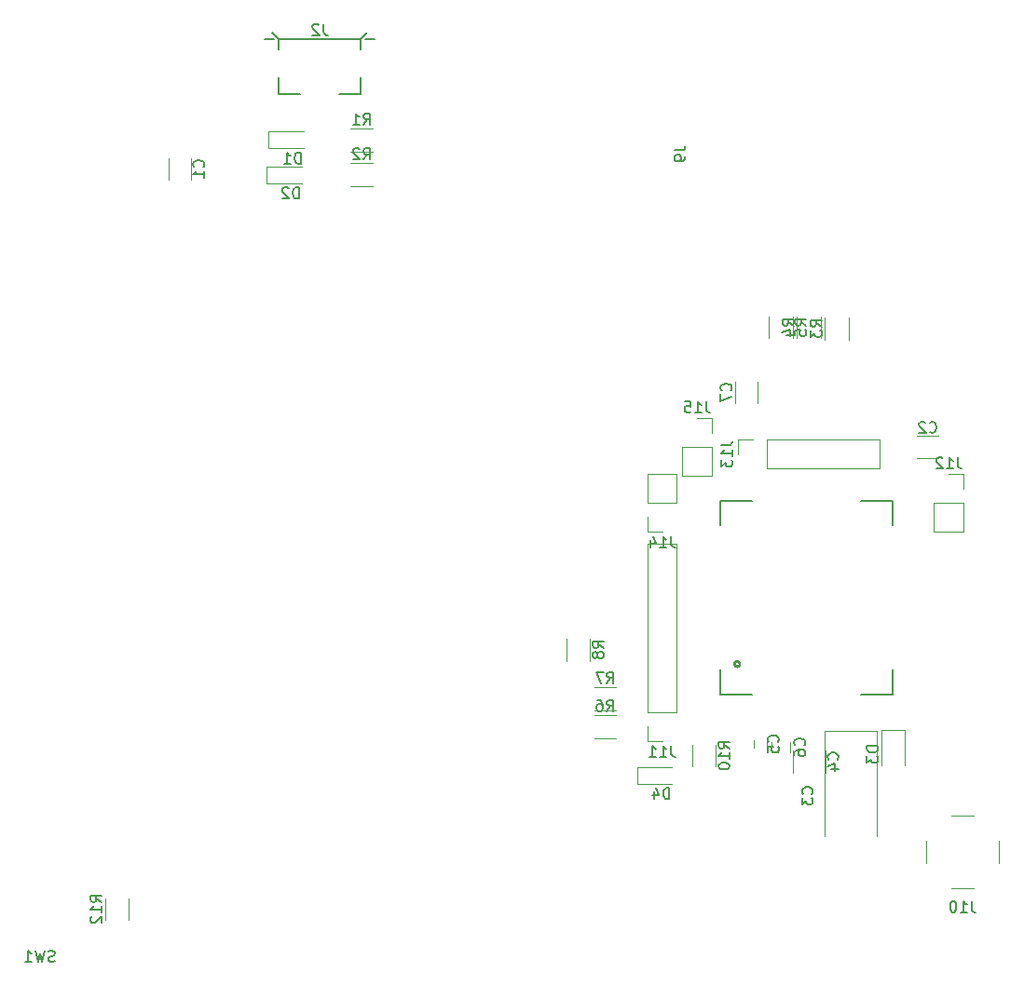
<source format=gbr>
G04 #@! TF.GenerationSoftware,KiCad,Pcbnew,(5.0.2)-1*
G04 #@! TF.CreationDate,2019-04-16T07:35:45+02:00*
G04 #@! TF.ProjectId,devboard_io,64657662-6f61-4726-945f-696f2e6b6963,rev?*
G04 #@! TF.SameCoordinates,Original*
G04 #@! TF.FileFunction,Legend,Bot*
G04 #@! TF.FilePolarity,Positive*
%FSLAX46Y46*%
G04 Gerber Fmt 4.6, Leading zero omitted, Abs format (unit mm)*
G04 Created by KiCad (PCBNEW (5.0.2)-1) date 16/04/2019 07:35:45*
%MOMM*%
%LPD*%
G01*
G04 APERTURE LIST*
%ADD10C,0.120000*%
%ADD11C,0.150000*%
%ADD12C,0.250000*%
G04 APERTURE END LIST*
D10*
G04 #@! TO.C,C1*
X388870000Y-43640000D02*
X388870000Y-41640000D01*
X390910000Y-41640000D02*
X390910000Y-43640000D01*
G04 #@! TO.C,C2*
X456835000Y-66925000D02*
X458835000Y-66925000D01*
X458835000Y-68965000D02*
X456835000Y-68965000D01*
G04 #@! TO.C,C3*
X448450000Y-93710000D02*
X453250000Y-93710000D01*
X453250000Y-93710000D02*
X453250000Y-103310000D01*
X448450000Y-93710000D02*
X448450000Y-103310000D01*
G04 #@! TO.C,C4*
X445560000Y-97520000D02*
X445560000Y-95520000D01*
X448520000Y-95520000D02*
X448520000Y-97520000D01*
G04 #@! TO.C,C5*
X441995000Y-94585000D02*
X441995000Y-95285000D01*
X443195000Y-95285000D02*
X443195000Y-94585000D01*
G04 #@! TO.C,C6*
X443650000Y-95730000D02*
X443650000Y-94730000D01*
X445350000Y-94730000D02*
X445350000Y-95730000D01*
G04 #@! TO.C,C7*
X442345000Y-61960000D02*
X442345000Y-63960000D01*
X440305000Y-63960000D02*
X440305000Y-61960000D01*
G04 #@! TO.C,D1*
X397930000Y-40755000D02*
X397930000Y-39255000D01*
X397930000Y-40755000D02*
X401130000Y-40755000D01*
X401130000Y-39255000D02*
X397930000Y-39255000D01*
G04 #@! TO.C,D2*
X397770000Y-43930000D02*
X397770000Y-42430000D01*
X397770000Y-43930000D02*
X400970000Y-43930000D01*
X400970000Y-42430000D02*
X397770000Y-42430000D01*
G04 #@! TO.C,D3*
X455720000Y-93685000D02*
X455720000Y-96885000D01*
X453600000Y-96885000D02*
X453600000Y-93685000D01*
X453600000Y-93685000D02*
X455720000Y-93685000D01*
G04 #@! TO.C,D4*
X434625000Y-97040000D02*
X431425000Y-97040000D01*
X431425000Y-98540000D02*
X434625000Y-98540000D01*
X431425000Y-98540000D02*
X431425000Y-97040000D01*
D11*
G04 #@! TO.C,J2*
X398440000Y-30870000D02*
X397590000Y-30870000D01*
X406740000Y-30870000D02*
X407590000Y-30870000D01*
X398890000Y-30870000D02*
X398890000Y-31770000D01*
X406290000Y-30870000D02*
X406290000Y-31770000D01*
X398890000Y-35870000D02*
X398890000Y-34320000D01*
X406290000Y-35870000D02*
X406290000Y-34320000D01*
X404390000Y-35870000D02*
X406290000Y-35870000D01*
X398890000Y-30870000D02*
X398290000Y-30220000D01*
X406290000Y-30870000D02*
X406890000Y-30220000D01*
X400790000Y-35870000D02*
X398890000Y-35870000D01*
X398890000Y-30870000D02*
X406290000Y-30870000D01*
D10*
G04 #@! TO.C,J10*
X457710000Y-105775000D02*
X457710000Y-103775000D01*
X464310000Y-105775000D02*
X464310000Y-103775000D01*
X460010000Y-101475000D02*
X462010000Y-101475000D01*
X460010000Y-108075000D02*
X462010000Y-108075000D01*
G04 #@! TO.C,J11*
X432375000Y-94675000D02*
X433705000Y-94675000D01*
X432375000Y-93345000D02*
X432375000Y-94675000D01*
X432375000Y-92075000D02*
X435035000Y-92075000D01*
X435035000Y-92075000D02*
X435035000Y-76775000D01*
X432375000Y-92075000D02*
X432375000Y-76775000D01*
X432375000Y-76775000D02*
X435035000Y-76775000D01*
G04 #@! TO.C,J12*
X461070000Y-70425000D02*
X459740000Y-70425000D01*
X461070000Y-71755000D02*
X461070000Y-70425000D01*
X461070000Y-73025000D02*
X458410000Y-73025000D01*
X458410000Y-73025000D02*
X458410000Y-75625000D01*
X461070000Y-73025000D02*
X461070000Y-75625000D01*
X461070000Y-75625000D02*
X458410000Y-75625000D01*
G04 #@! TO.C,J13*
X440630000Y-67250000D02*
X440630000Y-68580000D01*
X441960000Y-67250000D02*
X440630000Y-67250000D01*
X443230000Y-67250000D02*
X443230000Y-69910000D01*
X443230000Y-69910000D02*
X453450000Y-69910000D01*
X443230000Y-67250000D02*
X453450000Y-67250000D01*
X453450000Y-67250000D02*
X453450000Y-69910000D01*
G04 #@! TO.C,J14*
X432375000Y-75625000D02*
X433705000Y-75625000D01*
X432375000Y-74295000D02*
X432375000Y-75625000D01*
X432375000Y-73025000D02*
X435035000Y-73025000D01*
X435035000Y-73025000D02*
X435035000Y-70425000D01*
X432375000Y-73025000D02*
X432375000Y-70425000D01*
X432375000Y-70425000D02*
X435035000Y-70425000D01*
G04 #@! TO.C,J15*
X438210000Y-70545000D02*
X435550000Y-70545000D01*
X438210000Y-67945000D02*
X438210000Y-70545000D01*
X435550000Y-67945000D02*
X435550000Y-70545000D01*
X438210000Y-67945000D02*
X435550000Y-67945000D01*
X438210000Y-66675000D02*
X438210000Y-65345000D01*
X438210000Y-65345000D02*
X436880000Y-65345000D01*
G04 #@! TO.C,R1*
X407400000Y-38935000D02*
X405400000Y-38935000D01*
X405400000Y-41075000D02*
X407400000Y-41075000D01*
G04 #@! TO.C,R2*
X405400000Y-44250000D02*
X407400000Y-44250000D01*
X407400000Y-42110000D02*
X405400000Y-42110000D01*
G04 #@! TO.C,R3*
X448510000Y-56150000D02*
X448510000Y-58150000D01*
X450650000Y-58150000D02*
X450650000Y-56150000D01*
G04 #@! TO.C,R4*
X448110000Y-58055000D02*
X448110000Y-56055000D01*
X445970000Y-56055000D02*
X445970000Y-58055000D01*
G04 #@! TO.C,R5*
X445570000Y-58055000D02*
X445570000Y-56055000D01*
X443430000Y-56055000D02*
X443430000Y-58055000D01*
G04 #@! TO.C,R6*
X429530000Y-92275000D02*
X427530000Y-92275000D01*
X427530000Y-94415000D02*
X429530000Y-94415000D01*
G04 #@! TO.C,R7*
X429530000Y-89735000D02*
X427530000Y-89735000D01*
X427530000Y-91875000D02*
X429530000Y-91875000D01*
G04 #@! TO.C,R8*
X425015000Y-85360000D02*
X425015000Y-87360000D01*
X427155000Y-87360000D02*
X427155000Y-85360000D01*
G04 #@! TO.C,R10*
X438585000Y-96980000D02*
X438585000Y-94980000D01*
X436445000Y-94980000D02*
X436445000Y-96980000D01*
G04 #@! TO.C,R12*
X383105000Y-108950000D02*
X383105000Y-110950000D01*
X385245000Y-110950000D02*
X385245000Y-108950000D01*
D12*
G04 #@! TO.C,U3*
X440774100Y-87672900D02*
G75*
G03X440774100Y-87672900I-250000J0D01*
G01*
D11*
X451774100Y-72822900D02*
X454674100Y-72822900D01*
X454674100Y-75072900D02*
X454674100Y-72822900D01*
X438974100Y-75072900D02*
X438974100Y-72822900D01*
X438974100Y-72822900D02*
X441874100Y-72822900D01*
X441874100Y-90422900D02*
X438974100Y-90422900D01*
X438974100Y-90422900D02*
X438974100Y-88172900D01*
X451774100Y-90422900D02*
X454674100Y-90422900D01*
X454674100Y-90422900D02*
X454674100Y-88172900D01*
G04 #@! TO.C,C1*
X391997142Y-42473333D02*
X392044761Y-42425714D01*
X392092380Y-42282857D01*
X392092380Y-42187619D01*
X392044761Y-42044761D01*
X391949523Y-41949523D01*
X391854285Y-41901904D01*
X391663809Y-41854285D01*
X391520952Y-41854285D01*
X391330476Y-41901904D01*
X391235238Y-41949523D01*
X391140000Y-42044761D01*
X391092380Y-42187619D01*
X391092380Y-42282857D01*
X391140000Y-42425714D01*
X391187619Y-42473333D01*
X392092380Y-43425714D02*
X392092380Y-42854285D01*
X392092380Y-43140000D02*
X391092380Y-43140000D01*
X391235238Y-43044761D01*
X391330476Y-42949523D01*
X391378095Y-42854285D01*
G04 #@! TO.C,C2*
X458001666Y-66552142D02*
X458049285Y-66599761D01*
X458192142Y-66647380D01*
X458287380Y-66647380D01*
X458430238Y-66599761D01*
X458525476Y-66504523D01*
X458573095Y-66409285D01*
X458620714Y-66218809D01*
X458620714Y-66075952D01*
X458573095Y-65885476D01*
X458525476Y-65790238D01*
X458430238Y-65695000D01*
X458287380Y-65647380D01*
X458192142Y-65647380D01*
X458049285Y-65695000D01*
X458001666Y-65742619D01*
X457620714Y-65742619D02*
X457573095Y-65695000D01*
X457477857Y-65647380D01*
X457239761Y-65647380D01*
X457144523Y-65695000D01*
X457096904Y-65742619D01*
X457049285Y-65837857D01*
X457049285Y-65933095D01*
X457096904Y-66075952D01*
X457668333Y-66647380D01*
X457049285Y-66647380D01*
G04 #@! TO.C,C3*
X447307142Y-99493333D02*
X447354761Y-99445714D01*
X447402380Y-99302857D01*
X447402380Y-99207619D01*
X447354761Y-99064761D01*
X447259523Y-98969523D01*
X447164285Y-98921904D01*
X446973809Y-98874285D01*
X446830952Y-98874285D01*
X446640476Y-98921904D01*
X446545238Y-98969523D01*
X446450000Y-99064761D01*
X446402380Y-99207619D01*
X446402380Y-99302857D01*
X446450000Y-99445714D01*
X446497619Y-99493333D01*
X446402380Y-99826666D02*
X446402380Y-100445714D01*
X446783333Y-100112380D01*
X446783333Y-100255238D01*
X446830952Y-100350476D01*
X446878571Y-100398095D01*
X446973809Y-100445714D01*
X447211904Y-100445714D01*
X447307142Y-100398095D01*
X447354761Y-100350476D01*
X447402380Y-100255238D01*
X447402380Y-99969523D01*
X447354761Y-99874285D01*
X447307142Y-99826666D01*
G04 #@! TO.C,C4*
X449647142Y-96353333D02*
X449694761Y-96305714D01*
X449742380Y-96162857D01*
X449742380Y-96067619D01*
X449694761Y-95924761D01*
X449599523Y-95829523D01*
X449504285Y-95781904D01*
X449313809Y-95734285D01*
X449170952Y-95734285D01*
X448980476Y-95781904D01*
X448885238Y-95829523D01*
X448790000Y-95924761D01*
X448742380Y-96067619D01*
X448742380Y-96162857D01*
X448790000Y-96305714D01*
X448837619Y-96353333D01*
X449075714Y-97210476D02*
X449742380Y-97210476D01*
X448694761Y-96972380D02*
X449409047Y-96734285D01*
X449409047Y-97353333D01*
G04 #@! TO.C,C5*
X444202142Y-94768333D02*
X444249761Y-94720714D01*
X444297380Y-94577857D01*
X444297380Y-94482619D01*
X444249761Y-94339761D01*
X444154523Y-94244523D01*
X444059285Y-94196904D01*
X443868809Y-94149285D01*
X443725952Y-94149285D01*
X443535476Y-94196904D01*
X443440238Y-94244523D01*
X443345000Y-94339761D01*
X443297380Y-94482619D01*
X443297380Y-94577857D01*
X443345000Y-94720714D01*
X443392619Y-94768333D01*
X443297380Y-95673095D02*
X443297380Y-95196904D01*
X443773571Y-95149285D01*
X443725952Y-95196904D01*
X443678333Y-95292142D01*
X443678333Y-95530238D01*
X443725952Y-95625476D01*
X443773571Y-95673095D01*
X443868809Y-95720714D01*
X444106904Y-95720714D01*
X444202142Y-95673095D01*
X444249761Y-95625476D01*
X444297380Y-95530238D01*
X444297380Y-95292142D01*
X444249761Y-95196904D01*
X444202142Y-95149285D01*
G04 #@! TO.C,C6*
X446607142Y-95063333D02*
X446654761Y-95015714D01*
X446702380Y-94872857D01*
X446702380Y-94777619D01*
X446654761Y-94634761D01*
X446559523Y-94539523D01*
X446464285Y-94491904D01*
X446273809Y-94444285D01*
X446130952Y-94444285D01*
X445940476Y-94491904D01*
X445845238Y-94539523D01*
X445750000Y-94634761D01*
X445702380Y-94777619D01*
X445702380Y-94872857D01*
X445750000Y-95015714D01*
X445797619Y-95063333D01*
X445702380Y-95920476D02*
X445702380Y-95730000D01*
X445750000Y-95634761D01*
X445797619Y-95587142D01*
X445940476Y-95491904D01*
X446130952Y-95444285D01*
X446511904Y-95444285D01*
X446607142Y-95491904D01*
X446654761Y-95539523D01*
X446702380Y-95634761D01*
X446702380Y-95825238D01*
X446654761Y-95920476D01*
X446607142Y-95968095D01*
X446511904Y-96015714D01*
X446273809Y-96015714D01*
X446178571Y-95968095D01*
X446130952Y-95920476D01*
X446083333Y-95825238D01*
X446083333Y-95634761D01*
X446130952Y-95539523D01*
X446178571Y-95491904D01*
X446273809Y-95444285D01*
G04 #@! TO.C,C7*
X439932142Y-62793333D02*
X439979761Y-62745714D01*
X440027380Y-62602857D01*
X440027380Y-62507619D01*
X439979761Y-62364761D01*
X439884523Y-62269523D01*
X439789285Y-62221904D01*
X439598809Y-62174285D01*
X439455952Y-62174285D01*
X439265476Y-62221904D01*
X439170238Y-62269523D01*
X439075000Y-62364761D01*
X439027380Y-62507619D01*
X439027380Y-62602857D01*
X439075000Y-62745714D01*
X439122619Y-62793333D01*
X439027380Y-63126666D02*
X439027380Y-63793333D01*
X440027380Y-63364761D01*
G04 #@! TO.C,D1*
X400868095Y-42157380D02*
X400868095Y-41157380D01*
X400630000Y-41157380D01*
X400487142Y-41205000D01*
X400391904Y-41300238D01*
X400344285Y-41395476D01*
X400296666Y-41585952D01*
X400296666Y-41728809D01*
X400344285Y-41919285D01*
X400391904Y-42014523D01*
X400487142Y-42109761D01*
X400630000Y-42157380D01*
X400868095Y-42157380D01*
X399344285Y-42157380D02*
X399915714Y-42157380D01*
X399630000Y-42157380D02*
X399630000Y-41157380D01*
X399725238Y-41300238D01*
X399820476Y-41395476D01*
X399915714Y-41443095D01*
G04 #@! TO.C,D2*
X400708095Y-45332380D02*
X400708095Y-44332380D01*
X400470000Y-44332380D01*
X400327142Y-44380000D01*
X400231904Y-44475238D01*
X400184285Y-44570476D01*
X400136666Y-44760952D01*
X400136666Y-44903809D01*
X400184285Y-45094285D01*
X400231904Y-45189523D01*
X400327142Y-45284761D01*
X400470000Y-45332380D01*
X400708095Y-45332380D01*
X399755714Y-44427619D02*
X399708095Y-44380000D01*
X399612857Y-44332380D01*
X399374761Y-44332380D01*
X399279523Y-44380000D01*
X399231904Y-44427619D01*
X399184285Y-44522857D01*
X399184285Y-44618095D01*
X399231904Y-44760952D01*
X399803333Y-45332380D01*
X399184285Y-45332380D01*
G04 #@! TO.C,D3*
X453312380Y-95146904D02*
X452312380Y-95146904D01*
X452312380Y-95385000D01*
X452360000Y-95527857D01*
X452455238Y-95623095D01*
X452550476Y-95670714D01*
X452740952Y-95718333D01*
X452883809Y-95718333D01*
X453074285Y-95670714D01*
X453169523Y-95623095D01*
X453264761Y-95527857D01*
X453312380Y-95385000D01*
X453312380Y-95146904D01*
X452312380Y-96051666D02*
X452312380Y-96670714D01*
X452693333Y-96337380D01*
X452693333Y-96480238D01*
X452740952Y-96575476D01*
X452788571Y-96623095D01*
X452883809Y-96670714D01*
X453121904Y-96670714D01*
X453217142Y-96623095D01*
X453264761Y-96575476D01*
X453312380Y-96480238D01*
X453312380Y-96194523D01*
X453264761Y-96099285D01*
X453217142Y-96051666D01*
G04 #@! TO.C,D4*
X434363095Y-99942380D02*
X434363095Y-98942380D01*
X434125000Y-98942380D01*
X433982142Y-98990000D01*
X433886904Y-99085238D01*
X433839285Y-99180476D01*
X433791666Y-99370952D01*
X433791666Y-99513809D01*
X433839285Y-99704285D01*
X433886904Y-99799523D01*
X433982142Y-99894761D01*
X434125000Y-99942380D01*
X434363095Y-99942380D01*
X432934523Y-99275714D02*
X432934523Y-99942380D01*
X433172619Y-98894761D02*
X433410714Y-99609047D01*
X432791666Y-99609047D01*
G04 #@! TO.C,J2*
X402923333Y-29472380D02*
X402923333Y-30186666D01*
X402970952Y-30329523D01*
X403066190Y-30424761D01*
X403209047Y-30472380D01*
X403304285Y-30472380D01*
X402494761Y-29567619D02*
X402447142Y-29520000D01*
X402351904Y-29472380D01*
X402113809Y-29472380D01*
X402018571Y-29520000D01*
X401970952Y-29567619D01*
X401923333Y-29662857D01*
X401923333Y-29758095D01*
X401970952Y-29900952D01*
X402542380Y-30472380D01*
X401923333Y-30472380D01*
G04 #@! TO.C,J9*
X434808380Y-40954366D02*
X435522666Y-40954366D01*
X435665523Y-40906747D01*
X435760761Y-40811509D01*
X435808380Y-40668652D01*
X435808380Y-40573414D01*
X435808380Y-41478176D02*
X435808380Y-41668652D01*
X435760761Y-41763890D01*
X435713142Y-41811509D01*
X435570285Y-41906747D01*
X435379809Y-41954366D01*
X434998857Y-41954366D01*
X434903619Y-41906747D01*
X434856000Y-41859128D01*
X434808380Y-41763890D01*
X434808380Y-41573414D01*
X434856000Y-41478176D01*
X434903619Y-41430557D01*
X434998857Y-41382938D01*
X435236952Y-41382938D01*
X435332190Y-41430557D01*
X435379809Y-41478176D01*
X435427428Y-41573414D01*
X435427428Y-41763890D01*
X435379809Y-41859128D01*
X435332190Y-41906747D01*
X435236952Y-41954366D01*
G04 #@! TO.C,J10*
X461819523Y-109227380D02*
X461819523Y-109941666D01*
X461867142Y-110084523D01*
X461962380Y-110179761D01*
X462105238Y-110227380D01*
X462200476Y-110227380D01*
X460819523Y-110227380D02*
X461390952Y-110227380D01*
X461105238Y-110227380D02*
X461105238Y-109227380D01*
X461200476Y-109370238D01*
X461295714Y-109465476D01*
X461390952Y-109513095D01*
X460200476Y-109227380D02*
X460105238Y-109227380D01*
X460010000Y-109275000D01*
X459962380Y-109322619D01*
X459914761Y-109417857D01*
X459867142Y-109608333D01*
X459867142Y-109846428D01*
X459914761Y-110036904D01*
X459962380Y-110132142D01*
X460010000Y-110179761D01*
X460105238Y-110227380D01*
X460200476Y-110227380D01*
X460295714Y-110179761D01*
X460343333Y-110132142D01*
X460390952Y-110036904D01*
X460438571Y-109846428D01*
X460438571Y-109608333D01*
X460390952Y-109417857D01*
X460343333Y-109322619D01*
X460295714Y-109275000D01*
X460200476Y-109227380D01*
G04 #@! TO.C,J11*
X434514523Y-95127380D02*
X434514523Y-95841666D01*
X434562142Y-95984523D01*
X434657380Y-96079761D01*
X434800238Y-96127380D01*
X434895476Y-96127380D01*
X433514523Y-96127380D02*
X434085952Y-96127380D01*
X433800238Y-96127380D02*
X433800238Y-95127380D01*
X433895476Y-95270238D01*
X433990714Y-95365476D01*
X434085952Y-95413095D01*
X432562142Y-96127380D02*
X433133571Y-96127380D01*
X432847857Y-96127380D02*
X432847857Y-95127380D01*
X432943095Y-95270238D01*
X433038333Y-95365476D01*
X433133571Y-95413095D01*
G04 #@! TO.C,J12*
X460549523Y-68877380D02*
X460549523Y-69591666D01*
X460597142Y-69734523D01*
X460692380Y-69829761D01*
X460835238Y-69877380D01*
X460930476Y-69877380D01*
X459549523Y-69877380D02*
X460120952Y-69877380D01*
X459835238Y-69877380D02*
X459835238Y-68877380D01*
X459930476Y-69020238D01*
X460025714Y-69115476D01*
X460120952Y-69163095D01*
X459168571Y-68972619D02*
X459120952Y-68925000D01*
X459025714Y-68877380D01*
X458787619Y-68877380D01*
X458692380Y-68925000D01*
X458644761Y-68972619D01*
X458597142Y-69067857D01*
X458597142Y-69163095D01*
X458644761Y-69305952D01*
X459216190Y-69877380D01*
X458597142Y-69877380D01*
G04 #@! TO.C,J13*
X439082380Y-67770476D02*
X439796666Y-67770476D01*
X439939523Y-67722857D01*
X440034761Y-67627619D01*
X440082380Y-67484761D01*
X440082380Y-67389523D01*
X440082380Y-68770476D02*
X440082380Y-68199047D01*
X440082380Y-68484761D02*
X439082380Y-68484761D01*
X439225238Y-68389523D01*
X439320476Y-68294285D01*
X439368095Y-68199047D01*
X439082380Y-69103809D02*
X439082380Y-69722857D01*
X439463333Y-69389523D01*
X439463333Y-69532380D01*
X439510952Y-69627619D01*
X439558571Y-69675238D01*
X439653809Y-69722857D01*
X439891904Y-69722857D01*
X439987142Y-69675238D01*
X440034761Y-69627619D01*
X440082380Y-69532380D01*
X440082380Y-69246666D01*
X440034761Y-69151428D01*
X439987142Y-69103809D01*
G04 #@! TO.C,J14*
X434514523Y-76077380D02*
X434514523Y-76791666D01*
X434562142Y-76934523D01*
X434657380Y-77029761D01*
X434800238Y-77077380D01*
X434895476Y-77077380D01*
X433514523Y-77077380D02*
X434085952Y-77077380D01*
X433800238Y-77077380D02*
X433800238Y-76077380D01*
X433895476Y-76220238D01*
X433990714Y-76315476D01*
X434085952Y-76363095D01*
X432657380Y-76410714D02*
X432657380Y-77077380D01*
X432895476Y-76029761D02*
X433133571Y-76744047D01*
X432514523Y-76744047D01*
G04 #@! TO.C,J15*
X437689523Y-63797380D02*
X437689523Y-64511666D01*
X437737142Y-64654523D01*
X437832380Y-64749761D01*
X437975238Y-64797380D01*
X438070476Y-64797380D01*
X436689523Y-64797380D02*
X437260952Y-64797380D01*
X436975238Y-64797380D02*
X436975238Y-63797380D01*
X437070476Y-63940238D01*
X437165714Y-64035476D01*
X437260952Y-64083095D01*
X435784761Y-63797380D02*
X436260952Y-63797380D01*
X436308571Y-64273571D01*
X436260952Y-64225952D01*
X436165714Y-64178333D01*
X435927619Y-64178333D01*
X435832380Y-64225952D01*
X435784761Y-64273571D01*
X435737142Y-64368809D01*
X435737142Y-64606904D01*
X435784761Y-64702142D01*
X435832380Y-64749761D01*
X435927619Y-64797380D01*
X436165714Y-64797380D01*
X436260952Y-64749761D01*
X436308571Y-64702142D01*
G04 #@! TO.C,R1*
X406566666Y-38607380D02*
X406900000Y-38131190D01*
X407138095Y-38607380D02*
X407138095Y-37607380D01*
X406757142Y-37607380D01*
X406661904Y-37655000D01*
X406614285Y-37702619D01*
X406566666Y-37797857D01*
X406566666Y-37940714D01*
X406614285Y-38035952D01*
X406661904Y-38083571D01*
X406757142Y-38131190D01*
X407138095Y-38131190D01*
X405614285Y-38607380D02*
X406185714Y-38607380D01*
X405900000Y-38607380D02*
X405900000Y-37607380D01*
X405995238Y-37750238D01*
X406090476Y-37845476D01*
X406185714Y-37893095D01*
G04 #@! TO.C,R2*
X406566666Y-41782380D02*
X406900000Y-41306190D01*
X407138095Y-41782380D02*
X407138095Y-40782380D01*
X406757142Y-40782380D01*
X406661904Y-40830000D01*
X406614285Y-40877619D01*
X406566666Y-40972857D01*
X406566666Y-41115714D01*
X406614285Y-41210952D01*
X406661904Y-41258571D01*
X406757142Y-41306190D01*
X407138095Y-41306190D01*
X406185714Y-40877619D02*
X406138095Y-40830000D01*
X406042857Y-40782380D01*
X405804761Y-40782380D01*
X405709523Y-40830000D01*
X405661904Y-40877619D01*
X405614285Y-40972857D01*
X405614285Y-41068095D01*
X405661904Y-41210952D01*
X406233333Y-41782380D01*
X405614285Y-41782380D01*
G04 #@! TO.C,R3*
X448182380Y-56983333D02*
X447706190Y-56650000D01*
X448182380Y-56411904D02*
X447182380Y-56411904D01*
X447182380Y-56792857D01*
X447230000Y-56888095D01*
X447277619Y-56935714D01*
X447372857Y-56983333D01*
X447515714Y-56983333D01*
X447610952Y-56935714D01*
X447658571Y-56888095D01*
X447706190Y-56792857D01*
X447706190Y-56411904D01*
X447182380Y-57316666D02*
X447182380Y-57935714D01*
X447563333Y-57602380D01*
X447563333Y-57745238D01*
X447610952Y-57840476D01*
X447658571Y-57888095D01*
X447753809Y-57935714D01*
X447991904Y-57935714D01*
X448087142Y-57888095D01*
X448134761Y-57840476D01*
X448182380Y-57745238D01*
X448182380Y-57459523D01*
X448134761Y-57364285D01*
X448087142Y-57316666D01*
G04 #@! TO.C,R4*
X445642380Y-56888333D02*
X445166190Y-56555000D01*
X445642380Y-56316904D02*
X444642380Y-56316904D01*
X444642380Y-56697857D01*
X444690000Y-56793095D01*
X444737619Y-56840714D01*
X444832857Y-56888333D01*
X444975714Y-56888333D01*
X445070952Y-56840714D01*
X445118571Y-56793095D01*
X445166190Y-56697857D01*
X445166190Y-56316904D01*
X444975714Y-57745476D02*
X445642380Y-57745476D01*
X444594761Y-57507380D02*
X445309047Y-57269285D01*
X445309047Y-57888333D01*
G04 #@! TO.C,R5*
X446802380Y-56888333D02*
X446326190Y-56555000D01*
X446802380Y-56316904D02*
X445802380Y-56316904D01*
X445802380Y-56697857D01*
X445850000Y-56793095D01*
X445897619Y-56840714D01*
X445992857Y-56888333D01*
X446135714Y-56888333D01*
X446230952Y-56840714D01*
X446278571Y-56793095D01*
X446326190Y-56697857D01*
X446326190Y-56316904D01*
X445802380Y-57793095D02*
X445802380Y-57316904D01*
X446278571Y-57269285D01*
X446230952Y-57316904D01*
X446183333Y-57412142D01*
X446183333Y-57650238D01*
X446230952Y-57745476D01*
X446278571Y-57793095D01*
X446373809Y-57840714D01*
X446611904Y-57840714D01*
X446707142Y-57793095D01*
X446754761Y-57745476D01*
X446802380Y-57650238D01*
X446802380Y-57412142D01*
X446754761Y-57316904D01*
X446707142Y-57269285D01*
G04 #@! TO.C,R6*
X428696666Y-91947380D02*
X429030000Y-91471190D01*
X429268095Y-91947380D02*
X429268095Y-90947380D01*
X428887142Y-90947380D01*
X428791904Y-90995000D01*
X428744285Y-91042619D01*
X428696666Y-91137857D01*
X428696666Y-91280714D01*
X428744285Y-91375952D01*
X428791904Y-91423571D01*
X428887142Y-91471190D01*
X429268095Y-91471190D01*
X427839523Y-90947380D02*
X428030000Y-90947380D01*
X428125238Y-90995000D01*
X428172857Y-91042619D01*
X428268095Y-91185476D01*
X428315714Y-91375952D01*
X428315714Y-91756904D01*
X428268095Y-91852142D01*
X428220476Y-91899761D01*
X428125238Y-91947380D01*
X427934761Y-91947380D01*
X427839523Y-91899761D01*
X427791904Y-91852142D01*
X427744285Y-91756904D01*
X427744285Y-91518809D01*
X427791904Y-91423571D01*
X427839523Y-91375952D01*
X427934761Y-91328333D01*
X428125238Y-91328333D01*
X428220476Y-91375952D01*
X428268095Y-91423571D01*
X428315714Y-91518809D01*
G04 #@! TO.C,R7*
X428696666Y-89407380D02*
X429030000Y-88931190D01*
X429268095Y-89407380D02*
X429268095Y-88407380D01*
X428887142Y-88407380D01*
X428791904Y-88455000D01*
X428744285Y-88502619D01*
X428696666Y-88597857D01*
X428696666Y-88740714D01*
X428744285Y-88835952D01*
X428791904Y-88883571D01*
X428887142Y-88931190D01*
X429268095Y-88931190D01*
X428363333Y-88407380D02*
X427696666Y-88407380D01*
X428125238Y-89407380D01*
G04 #@! TO.C,R8*
X428387380Y-86193333D02*
X427911190Y-85860000D01*
X428387380Y-85621904D02*
X427387380Y-85621904D01*
X427387380Y-86002857D01*
X427435000Y-86098095D01*
X427482619Y-86145714D01*
X427577857Y-86193333D01*
X427720714Y-86193333D01*
X427815952Y-86145714D01*
X427863571Y-86098095D01*
X427911190Y-86002857D01*
X427911190Y-85621904D01*
X427815952Y-86764761D02*
X427768333Y-86669523D01*
X427720714Y-86621904D01*
X427625476Y-86574285D01*
X427577857Y-86574285D01*
X427482619Y-86621904D01*
X427435000Y-86669523D01*
X427387380Y-86764761D01*
X427387380Y-86955238D01*
X427435000Y-87050476D01*
X427482619Y-87098095D01*
X427577857Y-87145714D01*
X427625476Y-87145714D01*
X427720714Y-87098095D01*
X427768333Y-87050476D01*
X427815952Y-86955238D01*
X427815952Y-86764761D01*
X427863571Y-86669523D01*
X427911190Y-86621904D01*
X428006428Y-86574285D01*
X428196904Y-86574285D01*
X428292142Y-86621904D01*
X428339761Y-86669523D01*
X428387380Y-86764761D01*
X428387380Y-86955238D01*
X428339761Y-87050476D01*
X428292142Y-87098095D01*
X428196904Y-87145714D01*
X428006428Y-87145714D01*
X427911190Y-87098095D01*
X427863571Y-87050476D01*
X427815952Y-86955238D01*
G04 #@! TO.C,R10*
X439817380Y-95337142D02*
X439341190Y-95003809D01*
X439817380Y-94765714D02*
X438817380Y-94765714D01*
X438817380Y-95146666D01*
X438865000Y-95241904D01*
X438912619Y-95289523D01*
X439007857Y-95337142D01*
X439150714Y-95337142D01*
X439245952Y-95289523D01*
X439293571Y-95241904D01*
X439341190Y-95146666D01*
X439341190Y-94765714D01*
X439817380Y-96289523D02*
X439817380Y-95718095D01*
X439817380Y-96003809D02*
X438817380Y-96003809D01*
X438960238Y-95908571D01*
X439055476Y-95813333D01*
X439103095Y-95718095D01*
X438817380Y-96908571D02*
X438817380Y-97003809D01*
X438865000Y-97099047D01*
X438912619Y-97146666D01*
X439007857Y-97194285D01*
X439198333Y-97241904D01*
X439436428Y-97241904D01*
X439626904Y-97194285D01*
X439722142Y-97146666D01*
X439769761Y-97099047D01*
X439817380Y-97003809D01*
X439817380Y-96908571D01*
X439769761Y-96813333D01*
X439722142Y-96765714D01*
X439626904Y-96718095D01*
X439436428Y-96670476D01*
X439198333Y-96670476D01*
X439007857Y-96718095D01*
X438912619Y-96765714D01*
X438865000Y-96813333D01*
X438817380Y-96908571D01*
G04 #@! TO.C,R12*
X382777380Y-109307142D02*
X382301190Y-108973809D01*
X382777380Y-108735714D02*
X381777380Y-108735714D01*
X381777380Y-109116666D01*
X381825000Y-109211904D01*
X381872619Y-109259523D01*
X381967857Y-109307142D01*
X382110714Y-109307142D01*
X382205952Y-109259523D01*
X382253571Y-109211904D01*
X382301190Y-109116666D01*
X382301190Y-108735714D01*
X382777380Y-110259523D02*
X382777380Y-109688095D01*
X382777380Y-109973809D02*
X381777380Y-109973809D01*
X381920238Y-109878571D01*
X382015476Y-109783333D01*
X382063095Y-109688095D01*
X381872619Y-110640476D02*
X381825000Y-110688095D01*
X381777380Y-110783333D01*
X381777380Y-111021428D01*
X381825000Y-111116666D01*
X381872619Y-111164285D01*
X381967857Y-111211904D01*
X382063095Y-111211904D01*
X382205952Y-111164285D01*
X382777380Y-110592857D01*
X382777380Y-111211904D01*
G04 #@! TO.C,SW1*
X378497933Y-114692061D02*
X378355076Y-114739680D01*
X378116980Y-114739680D01*
X378021742Y-114692061D01*
X377974123Y-114644442D01*
X377926504Y-114549204D01*
X377926504Y-114453966D01*
X377974123Y-114358728D01*
X378021742Y-114311109D01*
X378116980Y-114263490D01*
X378307457Y-114215871D01*
X378402695Y-114168252D01*
X378450314Y-114120633D01*
X378497933Y-114025395D01*
X378497933Y-113930157D01*
X378450314Y-113834919D01*
X378402695Y-113787300D01*
X378307457Y-113739680D01*
X378069361Y-113739680D01*
X377926504Y-113787300D01*
X377593171Y-113739680D02*
X377355076Y-114739680D01*
X377164600Y-114025395D01*
X376974123Y-114739680D01*
X376736028Y-113739680D01*
X375831266Y-114739680D02*
X376402695Y-114739680D01*
X376116980Y-114739680D02*
X376116980Y-113739680D01*
X376212219Y-113882538D01*
X376307457Y-113977776D01*
X376402695Y-114025395D01*
G04 #@! TD*
M02*

</source>
